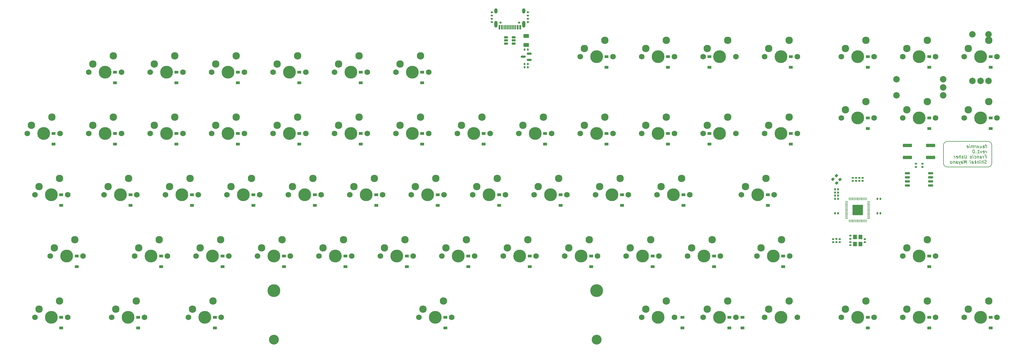
<source format=gbr>
%TF.GenerationSoftware,KiCad,Pcbnew,7.0.1*%
%TF.CreationDate,2023-03-26T22:58:25-07:00*%
%TF.ProjectId,40s-2040rmie,3430732d-3230-4343-9072-6d69652e6b69,rev?*%
%TF.SameCoordinates,Original*%
%TF.FileFunction,Soldermask,Bot*%
%TF.FilePolarity,Negative*%
%FSLAX46Y46*%
G04 Gerber Fmt 4.6, Leading zero omitted, Abs format (unit mm)*
G04 Created by KiCad (PCBNEW 7.0.1) date 2023-03-26 22:58:25*
%MOMM*%
%LPD*%
G01*
G04 APERTURE LIST*
G04 Aperture macros list*
%AMRoundRect*
0 Rectangle with rounded corners*
0 $1 Rounding radius*
0 $2 $3 $4 $5 $6 $7 $8 $9 X,Y pos of 4 corners*
0 Add a 4 corners polygon primitive as box body*
4,1,4,$2,$3,$4,$5,$6,$7,$8,$9,$2,$3,0*
0 Add four circle primitives for the rounded corners*
1,1,$1+$1,$2,$3*
1,1,$1+$1,$4,$5*
1,1,$1+$1,$6,$7*
1,1,$1+$1,$8,$9*
0 Add four rect primitives between the rounded corners*
20,1,$1+$1,$2,$3,$4,$5,0*
20,1,$1+$1,$4,$5,$6,$7,0*
20,1,$1+$1,$6,$7,$8,$9,0*
20,1,$1+$1,$8,$9,$2,$3,0*%
G04 Aperture macros list end*
%ADD10C,0.200000*%
%ADD11C,2.300000*%
%ADD12C,1.750000*%
%ADD13C,3.987800*%
%ADD14C,3.048000*%
%ADD15C,2.000000*%
%ADD16RoundRect,0.140000X-0.140000X-0.170000X0.140000X-0.170000X0.140000X0.170000X-0.140000X0.170000X0*%
%ADD17R,1.200000X0.900000*%
%ADD18RoundRect,0.135000X0.185000X-0.135000X0.185000X0.135000X-0.185000X0.135000X-0.185000X-0.135000X0*%
%ADD19RoundRect,0.140000X0.140000X0.170000X-0.140000X0.170000X-0.140000X-0.170000X0.140000X-0.170000X0*%
%ADD20RoundRect,0.200000X-0.335876X-0.053033X-0.053033X-0.335876X0.335876X0.053033X0.053033X0.335876X0*%
%ADD21RoundRect,0.135000X-0.185000X0.135000X-0.185000X-0.135000X0.185000X-0.135000X0.185000X0.135000X0*%
%ADD22R,1.200000X1.400000*%
%ADD23RoundRect,0.140000X0.170000X-0.140000X0.170000X0.140000X-0.170000X0.140000X-0.170000X-0.140000X0*%
%ADD24RoundRect,0.140000X-0.170000X0.140000X-0.170000X-0.140000X0.170000X-0.140000X0.170000X0.140000X0*%
%ADD25RoundRect,0.150000X0.587500X0.150000X-0.587500X0.150000X-0.587500X-0.150000X0.587500X-0.150000X0*%
%ADD26RoundRect,0.250000X0.625000X-0.375000X0.625000X0.375000X-0.625000X0.375000X-0.625000X-0.375000X0*%
%ADD27RoundRect,0.150000X0.650000X0.150000X-0.650000X0.150000X-0.650000X-0.150000X0.650000X-0.150000X0*%
%ADD28O,1.000000X2.100000*%
%ADD29O,1.000000X1.600000*%
%ADD30R,0.600000X1.450000*%
%ADD31R,0.300000X1.450000*%
%ADD32C,0.650000*%
%ADD33RoundRect,0.050000X0.387500X0.050000X-0.387500X0.050000X-0.387500X-0.050000X0.387500X-0.050000X0*%
%ADD34RoundRect,0.050000X0.050000X0.387500X-0.050000X0.387500X-0.050000X-0.387500X0.050000X-0.387500X0*%
%ADD35RoundRect,0.144000X1.456000X1.456000X-1.456000X1.456000X-1.456000X-1.456000X1.456000X-1.456000X0*%
%ADD36RoundRect,0.275000X-1.125000X-0.275000X1.125000X-0.275000X1.125000X0.275000X-1.125000X0.275000X0*%
%ADD37RoundRect,0.150000X-0.475000X-0.150000X0.475000X-0.150000X0.475000X0.150000X-0.475000X0.150000X0*%
G04 APERTURE END LIST*
D10*
X330245950Y-71519750D02*
G75*
G03*
X328995950Y-72769750I50J-1250050D01*
G01*
X328995950Y-78269750D02*
X328995950Y-72769750D01*
X342745950Y-79519750D02*
G75*
G03*
X343995950Y-78269750I-50J1250050D01*
G01*
X343995950Y-72769750D02*
G75*
G03*
X342745950Y-71519750I-1250050J-50D01*
G01*
X328995950Y-78269750D02*
G75*
G03*
X330245950Y-79519750I1250050J50D01*
G01*
X342745950Y-79519750D02*
X330245950Y-79519750D01*
X343995950Y-72769750D02*
X343995950Y-78269750D01*
X330245950Y-71519750D02*
X342745950Y-71519750D01*
X342381105Y-72885702D02*
X342000153Y-72885702D01*
X342321582Y-73552369D02*
X342214439Y-72695226D01*
X342214439Y-72695226D02*
X342154915Y-72599988D01*
X342154915Y-72599988D02*
X342053725Y-72552369D01*
X342053725Y-72552369D02*
X341958486Y-72552369D01*
X341327534Y-73552369D02*
X341262058Y-73028559D01*
X341262058Y-73028559D02*
X341297772Y-72933321D01*
X341297772Y-72933321D02*
X341387058Y-72885702D01*
X341387058Y-72885702D02*
X341577534Y-72885702D01*
X341577534Y-72885702D02*
X341678725Y-72933321D01*
X341321582Y-73504750D02*
X341422772Y-73552369D01*
X341422772Y-73552369D02*
X341660868Y-73552369D01*
X341660868Y-73552369D02*
X341750153Y-73504750D01*
X341750153Y-73504750D02*
X341785868Y-73409511D01*
X341785868Y-73409511D02*
X341773963Y-73314273D01*
X341773963Y-73314273D02*
X341714439Y-73219035D01*
X341714439Y-73219035D02*
X341613249Y-73171416D01*
X341613249Y-73171416D02*
X341375153Y-73171416D01*
X341375153Y-73171416D02*
X341273963Y-73123797D01*
X340345391Y-72885702D02*
X340428724Y-73552369D01*
X340773962Y-72885702D02*
X340839439Y-73409511D01*
X340839439Y-73409511D02*
X340803724Y-73504750D01*
X340803724Y-73504750D02*
X340714439Y-73552369D01*
X340714439Y-73552369D02*
X340571581Y-73552369D01*
X340571581Y-73552369D02*
X340470391Y-73504750D01*
X340470391Y-73504750D02*
X340416819Y-73457130D01*
X340053724Y-73552369D02*
X339446581Y-72885702D01*
X339970390Y-72885702D02*
X339529914Y-73552369D01*
X339154915Y-73552369D02*
X339071581Y-72885702D01*
X339095391Y-73076178D02*
X339035867Y-72980940D01*
X339035867Y-72980940D02*
X338982296Y-72933321D01*
X338982296Y-72933321D02*
X338881105Y-72885702D01*
X338881105Y-72885702D02*
X338785867Y-72885702D01*
X338541820Y-73552369D02*
X338458486Y-72885702D01*
X338470391Y-72980940D02*
X338416820Y-72933321D01*
X338416820Y-72933321D02*
X338315629Y-72885702D01*
X338315629Y-72885702D02*
X338172772Y-72885702D01*
X338172772Y-72885702D02*
X338083486Y-72933321D01*
X338083486Y-72933321D02*
X338047772Y-73028559D01*
X338047772Y-73028559D02*
X338113248Y-73552369D01*
X338047772Y-73028559D02*
X337988248Y-72933321D01*
X337988248Y-72933321D02*
X337887058Y-72885702D01*
X337887058Y-72885702D02*
X337744201Y-72885702D01*
X337744201Y-72885702D02*
X337654915Y-72933321D01*
X337654915Y-72933321D02*
X337619201Y-73028559D01*
X337619201Y-73028559D02*
X337684677Y-73552369D01*
X337214439Y-73552369D02*
X337131105Y-72885702D01*
X337089439Y-72552369D02*
X337143010Y-72599988D01*
X337143010Y-72599988D02*
X337101343Y-72647607D01*
X337101343Y-72647607D02*
X337047772Y-72599988D01*
X337047772Y-72599988D02*
X337089439Y-72552369D01*
X337089439Y-72552369D02*
X337101343Y-72647607D01*
X336357296Y-73504750D02*
X336458486Y-73552369D01*
X336458486Y-73552369D02*
X336648963Y-73552369D01*
X336648963Y-73552369D02*
X336738248Y-73504750D01*
X336738248Y-73504750D02*
X336773963Y-73409511D01*
X336773963Y-73409511D02*
X336726344Y-73028559D01*
X336726344Y-73028559D02*
X336666820Y-72933321D01*
X336666820Y-72933321D02*
X336565629Y-72885702D01*
X336565629Y-72885702D02*
X336375153Y-72885702D01*
X336375153Y-72885702D02*
X336285867Y-72933321D01*
X336285867Y-72933321D02*
X336250153Y-73028559D01*
X336250153Y-73028559D02*
X336262058Y-73123797D01*
X336262058Y-73123797D02*
X336750153Y-73219035D01*
X342321582Y-75172369D02*
X342238248Y-74505702D01*
X342262058Y-74696178D02*
X342202534Y-74600940D01*
X342202534Y-74600940D02*
X342148963Y-74553321D01*
X342148963Y-74553321D02*
X342047772Y-74505702D01*
X342047772Y-74505702D02*
X341952534Y-74505702D01*
X341321582Y-75124750D02*
X341422772Y-75172369D01*
X341422772Y-75172369D02*
X341613249Y-75172369D01*
X341613249Y-75172369D02*
X341702534Y-75124750D01*
X341702534Y-75124750D02*
X341738249Y-75029511D01*
X341738249Y-75029511D02*
X341690630Y-74648559D01*
X341690630Y-74648559D02*
X341631106Y-74553321D01*
X341631106Y-74553321D02*
X341529915Y-74505702D01*
X341529915Y-74505702D02*
X341339439Y-74505702D01*
X341339439Y-74505702D02*
X341250153Y-74553321D01*
X341250153Y-74553321D02*
X341214439Y-74648559D01*
X341214439Y-74648559D02*
X341226344Y-74743797D01*
X341226344Y-74743797D02*
X341714439Y-74839035D01*
X340869201Y-74505702D02*
X340714440Y-75172369D01*
X340714440Y-75172369D02*
X340393011Y-74505702D01*
X339577535Y-75172369D02*
X340148964Y-75172369D01*
X339863249Y-75172369D02*
X339738249Y-74172369D01*
X339738249Y-74172369D02*
X339851345Y-74315226D01*
X339851345Y-74315226D02*
X339958488Y-74410464D01*
X339958488Y-74410464D02*
X340059678Y-74458083D01*
X339143011Y-75077130D02*
X339101344Y-75124750D01*
X339101344Y-75124750D02*
X339154916Y-75172369D01*
X339154916Y-75172369D02*
X339196582Y-75124750D01*
X339196582Y-75124750D02*
X339143011Y-75077130D01*
X339143011Y-75077130D02*
X339154916Y-75172369D01*
X338369201Y-74172369D02*
X338273963Y-74172369D01*
X338273963Y-74172369D02*
X338184678Y-74219988D01*
X338184678Y-74219988D02*
X338143011Y-74267607D01*
X338143011Y-74267607D02*
X338107297Y-74362845D01*
X338107297Y-74362845D02*
X338083487Y-74553321D01*
X338083487Y-74553321D02*
X338113249Y-74791416D01*
X338113249Y-74791416D02*
X338184678Y-74981892D01*
X338184678Y-74981892D02*
X338244201Y-75077130D01*
X338244201Y-75077130D02*
X338297773Y-75124750D01*
X338297773Y-75124750D02*
X338398963Y-75172369D01*
X338398963Y-75172369D02*
X338494201Y-75172369D01*
X338494201Y-75172369D02*
X338583487Y-75124750D01*
X338583487Y-75124750D02*
X338625154Y-75077130D01*
X338625154Y-75077130D02*
X338660868Y-74981892D01*
X338660868Y-74981892D02*
X338684678Y-74791416D01*
X338684678Y-74791416D02*
X338654916Y-74553321D01*
X338654916Y-74553321D02*
X338583487Y-74362845D01*
X338583487Y-74362845D02*
X338523963Y-74267607D01*
X338523963Y-74267607D02*
X338470392Y-74219988D01*
X338470392Y-74219988D02*
X338369201Y-74172369D01*
X341922772Y-76268559D02*
X342256105Y-76268559D01*
X342321582Y-76792369D02*
X342196582Y-75792369D01*
X342196582Y-75792369D02*
X341720391Y-75792369D01*
X341470392Y-76792369D02*
X341387058Y-76125702D01*
X341410868Y-76316178D02*
X341351344Y-76220940D01*
X341351344Y-76220940D02*
X341297773Y-76173321D01*
X341297773Y-76173321D02*
X341196582Y-76125702D01*
X341196582Y-76125702D02*
X341101344Y-76125702D01*
X340428725Y-76792369D02*
X340363249Y-76268559D01*
X340363249Y-76268559D02*
X340398963Y-76173321D01*
X340398963Y-76173321D02*
X340488249Y-76125702D01*
X340488249Y-76125702D02*
X340678725Y-76125702D01*
X340678725Y-76125702D02*
X340779916Y-76173321D01*
X340422773Y-76744750D02*
X340523963Y-76792369D01*
X340523963Y-76792369D02*
X340762059Y-76792369D01*
X340762059Y-76792369D02*
X340851344Y-76744750D01*
X340851344Y-76744750D02*
X340887059Y-76649511D01*
X340887059Y-76649511D02*
X340875154Y-76554273D01*
X340875154Y-76554273D02*
X340815630Y-76459035D01*
X340815630Y-76459035D02*
X340714440Y-76411416D01*
X340714440Y-76411416D02*
X340476344Y-76411416D01*
X340476344Y-76411416D02*
X340375154Y-76363797D01*
X339875153Y-76125702D02*
X339958487Y-76792369D01*
X339887058Y-76220940D02*
X339833487Y-76173321D01*
X339833487Y-76173321D02*
X339732296Y-76125702D01*
X339732296Y-76125702D02*
X339589439Y-76125702D01*
X339589439Y-76125702D02*
X339500153Y-76173321D01*
X339500153Y-76173321D02*
X339464439Y-76268559D01*
X339464439Y-76268559D02*
X339529915Y-76792369D01*
X338625153Y-76744750D02*
X338726343Y-76792369D01*
X338726343Y-76792369D02*
X338916820Y-76792369D01*
X338916820Y-76792369D02*
X339006105Y-76744750D01*
X339006105Y-76744750D02*
X339047772Y-76697130D01*
X339047772Y-76697130D02*
X339083486Y-76601892D01*
X339083486Y-76601892D02*
X339047772Y-76316178D01*
X339047772Y-76316178D02*
X338988248Y-76220940D01*
X338988248Y-76220940D02*
X338934677Y-76173321D01*
X338934677Y-76173321D02*
X338833486Y-76125702D01*
X338833486Y-76125702D02*
X338643010Y-76125702D01*
X338643010Y-76125702D02*
X338553724Y-76173321D01*
X338208487Y-76792369D02*
X338125153Y-76125702D01*
X338083487Y-75792369D02*
X338137058Y-75839988D01*
X338137058Y-75839988D02*
X338095391Y-75887607D01*
X338095391Y-75887607D02*
X338041820Y-75839988D01*
X338041820Y-75839988D02*
X338083487Y-75792369D01*
X338083487Y-75792369D02*
X338095391Y-75887607D01*
X337779915Y-76744750D02*
X337690630Y-76792369D01*
X337690630Y-76792369D02*
X337500153Y-76792369D01*
X337500153Y-76792369D02*
X337398963Y-76744750D01*
X337398963Y-76744750D02*
X337339439Y-76649511D01*
X337339439Y-76649511D02*
X337333487Y-76601892D01*
X337333487Y-76601892D02*
X337369201Y-76506654D01*
X337369201Y-76506654D02*
X337458487Y-76459035D01*
X337458487Y-76459035D02*
X337601344Y-76459035D01*
X337601344Y-76459035D02*
X337690630Y-76411416D01*
X337690630Y-76411416D02*
X337726344Y-76316178D01*
X337726344Y-76316178D02*
X337720392Y-76268559D01*
X337720392Y-76268559D02*
X337660868Y-76173321D01*
X337660868Y-76173321D02*
X337559677Y-76125702D01*
X337559677Y-76125702D02*
X337416820Y-76125702D01*
X337416820Y-76125702D02*
X337327534Y-76173321D01*
X336047773Y-75792369D02*
X336148963Y-76601892D01*
X336148963Y-76601892D02*
X336113249Y-76697130D01*
X336113249Y-76697130D02*
X336071582Y-76744750D01*
X336071582Y-76744750D02*
X335982296Y-76792369D01*
X335982296Y-76792369D02*
X335791820Y-76792369D01*
X335791820Y-76792369D02*
X335690630Y-76744750D01*
X335690630Y-76744750D02*
X335637058Y-76697130D01*
X335637058Y-76697130D02*
X335577535Y-76601892D01*
X335577535Y-76601892D02*
X335476344Y-75792369D01*
X335172772Y-76744750D02*
X335083487Y-76792369D01*
X335083487Y-76792369D02*
X334893010Y-76792369D01*
X334893010Y-76792369D02*
X334791820Y-76744750D01*
X334791820Y-76744750D02*
X334732296Y-76649511D01*
X334732296Y-76649511D02*
X334726344Y-76601892D01*
X334726344Y-76601892D02*
X334762058Y-76506654D01*
X334762058Y-76506654D02*
X334851344Y-76459035D01*
X334851344Y-76459035D02*
X334994201Y-76459035D01*
X334994201Y-76459035D02*
X335083487Y-76411416D01*
X335083487Y-76411416D02*
X335119201Y-76316178D01*
X335119201Y-76316178D02*
X335113249Y-76268559D01*
X335113249Y-76268559D02*
X335053725Y-76173321D01*
X335053725Y-76173321D02*
X334952534Y-76125702D01*
X334952534Y-76125702D02*
X334809677Y-76125702D01*
X334809677Y-76125702D02*
X334720391Y-76173321D01*
X334327535Y-76792369D02*
X334202535Y-75792369D01*
X333898963Y-76792369D02*
X333833487Y-76268559D01*
X333833487Y-76268559D02*
X333869201Y-76173321D01*
X333869201Y-76173321D02*
X333958487Y-76125702D01*
X333958487Y-76125702D02*
X334101344Y-76125702D01*
X334101344Y-76125702D02*
X334202535Y-76173321D01*
X334202535Y-76173321D02*
X334256106Y-76220940D01*
X333041820Y-76744750D02*
X333143010Y-76792369D01*
X333143010Y-76792369D02*
X333333487Y-76792369D01*
X333333487Y-76792369D02*
X333422772Y-76744750D01*
X333422772Y-76744750D02*
X333458487Y-76649511D01*
X333458487Y-76649511D02*
X333410868Y-76268559D01*
X333410868Y-76268559D02*
X333351344Y-76173321D01*
X333351344Y-76173321D02*
X333250153Y-76125702D01*
X333250153Y-76125702D02*
X333059677Y-76125702D01*
X333059677Y-76125702D02*
X332970391Y-76173321D01*
X332970391Y-76173321D02*
X332934677Y-76268559D01*
X332934677Y-76268559D02*
X332946582Y-76363797D01*
X332946582Y-76363797D02*
X333434677Y-76459035D01*
X332577535Y-76792369D02*
X332494201Y-76125702D01*
X332518011Y-76316178D02*
X332458487Y-76220940D01*
X332458487Y-76220940D02*
X332404916Y-76173321D01*
X332404916Y-76173321D02*
X332303725Y-76125702D01*
X332303725Y-76125702D02*
X332208487Y-76125702D01*
X342363248Y-78364750D02*
X342226344Y-78412369D01*
X342226344Y-78412369D02*
X341988248Y-78412369D01*
X341988248Y-78412369D02*
X341887058Y-78364750D01*
X341887058Y-78364750D02*
X341833486Y-78317130D01*
X341833486Y-78317130D02*
X341773963Y-78221892D01*
X341773963Y-78221892D02*
X341762058Y-78126654D01*
X341762058Y-78126654D02*
X341797772Y-78031416D01*
X341797772Y-78031416D02*
X341839439Y-77983797D01*
X341839439Y-77983797D02*
X341928725Y-77936178D01*
X341928725Y-77936178D02*
X342113248Y-77888559D01*
X342113248Y-77888559D02*
X342202534Y-77840940D01*
X342202534Y-77840940D02*
X342244201Y-77793321D01*
X342244201Y-77793321D02*
X342279915Y-77698083D01*
X342279915Y-77698083D02*
X342268010Y-77602845D01*
X342268010Y-77602845D02*
X342208486Y-77507607D01*
X342208486Y-77507607D02*
X342154915Y-77459988D01*
X342154915Y-77459988D02*
X342053725Y-77412369D01*
X342053725Y-77412369D02*
X341815629Y-77412369D01*
X341815629Y-77412369D02*
X341678725Y-77459988D01*
X341375153Y-78412369D02*
X341250153Y-77412369D01*
X340946581Y-78412369D02*
X340881105Y-77888559D01*
X340881105Y-77888559D02*
X340916819Y-77793321D01*
X340916819Y-77793321D02*
X341006105Y-77745702D01*
X341006105Y-77745702D02*
X341148962Y-77745702D01*
X341148962Y-77745702D02*
X341250153Y-77793321D01*
X341250153Y-77793321D02*
X341303724Y-77840940D01*
X340476343Y-78412369D02*
X340393009Y-77745702D01*
X340351343Y-77412369D02*
X340404914Y-77459988D01*
X340404914Y-77459988D02*
X340363247Y-77507607D01*
X340363247Y-77507607D02*
X340309676Y-77459988D01*
X340309676Y-77459988D02*
X340351343Y-77412369D01*
X340351343Y-77412369D02*
X340363247Y-77507607D01*
X339922771Y-77745702D02*
X340006105Y-78412369D01*
X339934676Y-77840940D02*
X339881105Y-77793321D01*
X339881105Y-77793321D02*
X339779914Y-77745702D01*
X339779914Y-77745702D02*
X339637057Y-77745702D01*
X339637057Y-77745702D02*
X339547771Y-77793321D01*
X339547771Y-77793321D02*
X339512057Y-77888559D01*
X339512057Y-77888559D02*
X339577533Y-78412369D01*
X339107295Y-78412369D02*
X338982295Y-77412369D01*
X338964438Y-78031416D02*
X338726342Y-78412369D01*
X338643009Y-77745702D02*
X339071580Y-78126654D01*
X337875152Y-78412369D02*
X337809676Y-77888559D01*
X337809676Y-77888559D02*
X337845390Y-77793321D01*
X337845390Y-77793321D02*
X337934676Y-77745702D01*
X337934676Y-77745702D02*
X338125152Y-77745702D01*
X338125152Y-77745702D02*
X338226343Y-77793321D01*
X337869200Y-78364750D02*
X337970390Y-78412369D01*
X337970390Y-78412369D02*
X338208486Y-78412369D01*
X338208486Y-78412369D02*
X338297771Y-78364750D01*
X338297771Y-78364750D02*
X338333486Y-78269511D01*
X338333486Y-78269511D02*
X338321581Y-78174273D01*
X338321581Y-78174273D02*
X338262057Y-78079035D01*
X338262057Y-78079035D02*
X338160867Y-78031416D01*
X338160867Y-78031416D02*
X337922771Y-78031416D01*
X337922771Y-78031416D02*
X337821581Y-77983797D01*
X337404914Y-78412369D02*
X337321580Y-77745702D01*
X337279914Y-77412369D02*
X337333485Y-77459988D01*
X337333485Y-77459988D02*
X337291818Y-77507607D01*
X337291818Y-77507607D02*
X337238247Y-77459988D01*
X337238247Y-77459988D02*
X337279914Y-77412369D01*
X337279914Y-77412369D02*
X337291818Y-77507607D01*
X336172771Y-78412369D02*
X336047771Y-77412369D01*
X336047771Y-77412369D02*
X335803723Y-78126654D01*
X335803723Y-78126654D02*
X335381104Y-77412369D01*
X335381104Y-77412369D02*
X335506104Y-78412369D01*
X334607294Y-78412369D02*
X334541818Y-77888559D01*
X334541818Y-77888559D02*
X334577532Y-77793321D01*
X334577532Y-77793321D02*
X334666818Y-77745702D01*
X334666818Y-77745702D02*
X334857294Y-77745702D01*
X334857294Y-77745702D02*
X334958485Y-77793321D01*
X334601342Y-78364750D02*
X334702532Y-78412369D01*
X334702532Y-78412369D02*
X334940628Y-78412369D01*
X334940628Y-78412369D02*
X335029913Y-78364750D01*
X335029913Y-78364750D02*
X335065628Y-78269511D01*
X335065628Y-78269511D02*
X335053723Y-78174273D01*
X335053723Y-78174273D02*
X334994199Y-78079035D01*
X334994199Y-78079035D02*
X334893009Y-78031416D01*
X334893009Y-78031416D02*
X334654913Y-78031416D01*
X334654913Y-78031416D02*
X334553723Y-77983797D01*
X334148960Y-77745702D02*
X333994199Y-78412369D01*
X333672770Y-77745702D02*
X333994199Y-78412369D01*
X333994199Y-78412369D02*
X334119199Y-78650464D01*
X334119199Y-78650464D02*
X334172770Y-78698083D01*
X334172770Y-78698083D02*
X334273960Y-78745702D01*
X332994198Y-78412369D02*
X332928722Y-77888559D01*
X332928722Y-77888559D02*
X332964436Y-77793321D01*
X332964436Y-77793321D02*
X333053722Y-77745702D01*
X333053722Y-77745702D02*
X333244198Y-77745702D01*
X333244198Y-77745702D02*
X333345389Y-77793321D01*
X332988246Y-78364750D02*
X333089436Y-78412369D01*
X333089436Y-78412369D02*
X333327532Y-78412369D01*
X333327532Y-78412369D02*
X333416817Y-78364750D01*
X333416817Y-78364750D02*
X333452532Y-78269511D01*
X333452532Y-78269511D02*
X333440627Y-78174273D01*
X333440627Y-78174273D02*
X333381103Y-78079035D01*
X333381103Y-78079035D02*
X333279913Y-78031416D01*
X333279913Y-78031416D02*
X333041817Y-78031416D01*
X333041817Y-78031416D02*
X332940627Y-77983797D01*
X332440626Y-77745702D02*
X332523960Y-78412369D01*
X332452531Y-77840940D02*
X332398960Y-77793321D01*
X332398960Y-77793321D02*
X332297769Y-77745702D01*
X332297769Y-77745702D02*
X332154912Y-77745702D01*
X332154912Y-77745702D02*
X332065626Y-77793321D01*
X332065626Y-77793321D02*
X332029912Y-77888559D01*
X332029912Y-77888559D02*
X332095388Y-78412369D01*
X331482293Y-78412369D02*
X331571578Y-78364750D01*
X331571578Y-78364750D02*
X331613245Y-78317130D01*
X331613245Y-78317130D02*
X331648959Y-78221892D01*
X331648959Y-78221892D02*
X331613245Y-77936178D01*
X331613245Y-77936178D02*
X331553721Y-77840940D01*
X331553721Y-77840940D02*
X331500150Y-77793321D01*
X331500150Y-77793321D02*
X331398959Y-77745702D01*
X331398959Y-77745702D02*
X331256102Y-77745702D01*
X331256102Y-77745702D02*
X331166816Y-77793321D01*
X331166816Y-77793321D02*
X331125150Y-77840940D01*
X331125150Y-77840940D02*
X331089435Y-77936178D01*
X331089435Y-77936178D02*
X331125150Y-78221892D01*
X331125150Y-78221892D02*
X331184673Y-78317130D01*
X331184673Y-78317130D02*
X331238245Y-78364750D01*
X331238245Y-78364750D02*
X331339435Y-78412369D01*
X331339435Y-78412369D02*
X331482293Y-78412369D01*
D11*
%TO.C,MX4-5*%
X173983750Y-121120000D03*
X167633750Y-123660000D03*
D12*
X166363750Y-126200000D03*
D13*
X171443750Y-126200000D03*
D12*
X176523750Y-126200000D03*
%TD*%
D13*
%TO.C,ST-0*%
X221450000Y-117945000D03*
D14*
X121437500Y-133185000D03*
X221450000Y-133185000D03*
D13*
X121437500Y-117945000D03*
%TD*%
D12*
%TO.C,MX4-15*%
X345592500Y-126200000D03*
D13*
X340512500Y-126200000D03*
D12*
X335432500Y-126200000D03*
D11*
X336702500Y-123660000D03*
X343052500Y-121120000D03*
%TD*%
D12*
%TO.C,MX4-14*%
X326542500Y-126200000D03*
D13*
X321462500Y-126200000D03*
D12*
X316382500Y-126200000D03*
D11*
X317652500Y-123660000D03*
X324002500Y-121120000D03*
%TD*%
D12*
%TO.C,MX4-13*%
X307492500Y-126200000D03*
D13*
X302412500Y-126200000D03*
D12*
X297332500Y-126200000D03*
D11*
X298602500Y-123660000D03*
X304952500Y-121120000D03*
%TD*%
D12*
%TO.C,MX4-11*%
X283680000Y-126200000D03*
D13*
X278600000Y-126200000D03*
D12*
X273520000Y-126200000D03*
D11*
X274790000Y-123660000D03*
X281140000Y-121120000D03*
%TD*%
D12*
%TO.C,MX4-10*%
X264630000Y-126200000D03*
D13*
X259550000Y-126200000D03*
D12*
X254470000Y-126200000D03*
D11*
X255740000Y-123660000D03*
X262090000Y-121120000D03*
%TD*%
D12*
%TO.C,MX4-9*%
X245580000Y-126200000D03*
D13*
X240500000Y-126200000D03*
D12*
X235420000Y-126200000D03*
D11*
X236690000Y-123660000D03*
X243040000Y-121120000D03*
%TD*%
%TO.C,MX4-2*%
X102546250Y-121120000D03*
X96196250Y-123660000D03*
D12*
X94926250Y-126200000D03*
D13*
X100006250Y-126200000D03*
D12*
X105086250Y-126200000D03*
%TD*%
%TO.C,MX4-1*%
X81273750Y-126200000D03*
D13*
X76193750Y-126200000D03*
D12*
X71113750Y-126200000D03*
D11*
X72383750Y-123660000D03*
X78733750Y-121120000D03*
%TD*%
D12*
%TO.C,MX4-0*%
X57461250Y-126200000D03*
D13*
X52381250Y-126200000D03*
D12*
X47301250Y-126200000D03*
D11*
X48571250Y-123660000D03*
X54921250Y-121120000D03*
%TD*%
D12*
%TO.C,MX3-14*%
X326542500Y-107150000D03*
D13*
X321462500Y-107150000D03*
D12*
X316382500Y-107150000D03*
D11*
X317652500Y-104610000D03*
X324002500Y-102070000D03*
%TD*%
D12*
%TO.C,MX3-11*%
X281298750Y-107150000D03*
D13*
X276218750Y-107150000D03*
D12*
X271138750Y-107150000D03*
D11*
X272408750Y-104610000D03*
X278758750Y-102070000D03*
%TD*%
D12*
%TO.C,MX3-10*%
X259867500Y-107150000D03*
D13*
X254787500Y-107150000D03*
D12*
X249707500Y-107150000D03*
D11*
X250977500Y-104610000D03*
X257327500Y-102070000D03*
%TD*%
D12*
%TO.C,MX3-9*%
X240817500Y-107150000D03*
D13*
X235737500Y-107150000D03*
D12*
X230657500Y-107150000D03*
D11*
X231927500Y-104610000D03*
X238277500Y-102070000D03*
%TD*%
D12*
%TO.C,MX3-8*%
X221767500Y-107150000D03*
D13*
X216687500Y-107150000D03*
D12*
X211607500Y-107150000D03*
D11*
X212877500Y-104610000D03*
X219227500Y-102070000D03*
%TD*%
D12*
%TO.C,MX3-7*%
X202717500Y-107150000D03*
D13*
X197637500Y-107150000D03*
D12*
X192557500Y-107150000D03*
D11*
X193827500Y-104610000D03*
X200177500Y-102070000D03*
%TD*%
D12*
%TO.C,MX3-6*%
X183667500Y-107150000D03*
D13*
X178587500Y-107150000D03*
D12*
X173507500Y-107150000D03*
D11*
X174777500Y-104610000D03*
X181127500Y-102070000D03*
%TD*%
D12*
%TO.C,MX3-5*%
X164617500Y-107150000D03*
D13*
X159537500Y-107150000D03*
D12*
X154457500Y-107150000D03*
D11*
X155727500Y-104610000D03*
X162077500Y-102070000D03*
%TD*%
D12*
%TO.C,MX3-4*%
X145567500Y-107150000D03*
D13*
X140487500Y-107150000D03*
D12*
X135407500Y-107150000D03*
D11*
X136677500Y-104610000D03*
X143027500Y-102070000D03*
%TD*%
D12*
%TO.C,MX3-3*%
X126517500Y-107150000D03*
D13*
X121437500Y-107150000D03*
D12*
X116357500Y-107150000D03*
D11*
X117627500Y-104610000D03*
X123977500Y-102070000D03*
%TD*%
D12*
%TO.C,MX3-2*%
X107467500Y-107150000D03*
D13*
X102387500Y-107150000D03*
D12*
X97307500Y-107150000D03*
D11*
X98577500Y-104610000D03*
X104927500Y-102070000D03*
%TD*%
D12*
%TO.C,MX3-1*%
X88417500Y-107150000D03*
D13*
X83337500Y-107150000D03*
D12*
X78257500Y-107150000D03*
D11*
X79527500Y-104610000D03*
X85877500Y-102070000D03*
%TD*%
D12*
%TO.C,MX3-0*%
X52063750Y-107150000D03*
D13*
X57143750Y-107150000D03*
D12*
X62223750Y-107150000D03*
D11*
X53333750Y-104610000D03*
X59683750Y-102070000D03*
%TD*%
D12*
%TO.C,MX2-11*%
X266376250Y-88100000D03*
D13*
X271456250Y-88100000D03*
D12*
X276536250Y-88100000D03*
D11*
X267646250Y-85560000D03*
X273996250Y-83020000D03*
%TD*%
D12*
%TO.C,MX2-10*%
X250342500Y-88100000D03*
D13*
X245262500Y-88100000D03*
D12*
X240182500Y-88100000D03*
D11*
X241452500Y-85560000D03*
X247802500Y-83020000D03*
%TD*%
D12*
%TO.C,MX2-9*%
X231292500Y-88100000D03*
D13*
X226212500Y-88100000D03*
D12*
X221132500Y-88100000D03*
D11*
X222402500Y-85560000D03*
X228752500Y-83020000D03*
%TD*%
D12*
%TO.C,MX2-8*%
X212242500Y-88100000D03*
D13*
X207162500Y-88100000D03*
D12*
X202082500Y-88100000D03*
D11*
X203352500Y-85560000D03*
X209702500Y-83020000D03*
%TD*%
D12*
%TO.C,MX2-7*%
X193192500Y-88100000D03*
D13*
X188112500Y-88100000D03*
D12*
X183032500Y-88100000D03*
D11*
X184302500Y-85560000D03*
X190652500Y-83020000D03*
%TD*%
D12*
%TO.C,MX2-6*%
X174142500Y-88100000D03*
D13*
X169062500Y-88100000D03*
D12*
X163982500Y-88100000D03*
D11*
X165252500Y-85560000D03*
X171602500Y-83020000D03*
%TD*%
D12*
%TO.C,MX2-5*%
X155092500Y-88100000D03*
D13*
X150012500Y-88100000D03*
D12*
X144932500Y-88100000D03*
D11*
X146202500Y-85560000D03*
X152552500Y-83020000D03*
%TD*%
D12*
%TO.C,MX2-4*%
X136042500Y-88100000D03*
D13*
X130962500Y-88100000D03*
D12*
X125882500Y-88100000D03*
D11*
X127152500Y-85560000D03*
X133502500Y-83020000D03*
%TD*%
D12*
%TO.C,MX2-3*%
X116992500Y-88100000D03*
D13*
X111912500Y-88100000D03*
D12*
X106832500Y-88100000D03*
D11*
X108102500Y-85560000D03*
X114452500Y-83020000D03*
%TD*%
D12*
%TO.C,MX2-2*%
X97942500Y-88100000D03*
D13*
X92862500Y-88100000D03*
D12*
X87782500Y-88100000D03*
D11*
X89052500Y-85560000D03*
X95402500Y-83020000D03*
%TD*%
D12*
%TO.C,MX2-1*%
X78892500Y-88100000D03*
D13*
X73812500Y-88100000D03*
D12*
X68732500Y-88100000D03*
D11*
X70002500Y-85560000D03*
X76352500Y-83020000D03*
%TD*%
D12*
%TO.C,MX2-0*%
X57461250Y-88100000D03*
D13*
X52381250Y-88100000D03*
D12*
X47301250Y-88100000D03*
D11*
X48571250Y-85560000D03*
X54921250Y-83020000D03*
%TD*%
D12*
%TO.C,MX1-15*%
X345592500Y-64287500D03*
D13*
X340512500Y-64287500D03*
D12*
X335432500Y-64287500D03*
D11*
X336702500Y-61747500D03*
X343052500Y-59207500D03*
%TD*%
D12*
%TO.C,MX1-14*%
X326542500Y-64287500D03*
D13*
X321462500Y-64287500D03*
D12*
X316382500Y-64287500D03*
D11*
X317652500Y-61747500D03*
X324002500Y-59207500D03*
%TD*%
D12*
%TO.C,MX1-13*%
X307492500Y-64287500D03*
D13*
X302412500Y-64287500D03*
D12*
X297332500Y-64287500D03*
D11*
X298602500Y-61747500D03*
X304952500Y-59207500D03*
%TD*%
D12*
%TO.C,MX1-12*%
X283680000Y-69050000D03*
D13*
X278600000Y-69050000D03*
D12*
X273520000Y-69050000D03*
D11*
X274790000Y-66510000D03*
X281140000Y-63970000D03*
%TD*%
D12*
%TO.C,MX1-11*%
X264630000Y-69050000D03*
D13*
X259550000Y-69050000D03*
D12*
X254470000Y-69050000D03*
D11*
X255740000Y-66510000D03*
X262090000Y-63970000D03*
%TD*%
D12*
%TO.C,MX1-10*%
X245580000Y-69050000D03*
D13*
X240500000Y-69050000D03*
D12*
X235420000Y-69050000D03*
D11*
X236690000Y-66510000D03*
X243040000Y-63970000D03*
%TD*%
D12*
%TO.C,MX1-9*%
X226530000Y-69050000D03*
D13*
X221450000Y-69050000D03*
D12*
X216370000Y-69050000D03*
D11*
X217640000Y-66510000D03*
X223990000Y-63970000D03*
%TD*%
D12*
%TO.C,MX1-8*%
X207480000Y-69050000D03*
D13*
X202400000Y-69050000D03*
D12*
X197320000Y-69050000D03*
D11*
X198590000Y-66510000D03*
X204940000Y-63970000D03*
%TD*%
D12*
%TO.C,MX1-7*%
X188430000Y-69050000D03*
D13*
X183350000Y-69050000D03*
D12*
X178270000Y-69050000D03*
D11*
X179540000Y-66510000D03*
X185890000Y-63970000D03*
%TD*%
D12*
%TO.C,MX1-6*%
X169380000Y-69050000D03*
D13*
X164300000Y-69050000D03*
D12*
X159220000Y-69050000D03*
D11*
X160490000Y-66510000D03*
X166840000Y-63970000D03*
%TD*%
D12*
%TO.C,MX1-5*%
X150330000Y-69050000D03*
D13*
X145250000Y-69050000D03*
D12*
X140170000Y-69050000D03*
D11*
X141440000Y-66510000D03*
X147790000Y-63970000D03*
%TD*%
D12*
%TO.C,MX1-4*%
X131280000Y-69050000D03*
D13*
X126200000Y-69050000D03*
D12*
X121120000Y-69050000D03*
D11*
X122390000Y-66510000D03*
X128740000Y-63970000D03*
%TD*%
D12*
%TO.C,MX1-3*%
X112230000Y-69050000D03*
D13*
X107150000Y-69050000D03*
D12*
X102070000Y-69050000D03*
D11*
X103340000Y-66510000D03*
X109690000Y-63970000D03*
%TD*%
D12*
%TO.C,MX1-2*%
X93180000Y-69050000D03*
D13*
X88100000Y-69050000D03*
D12*
X83020000Y-69050000D03*
D11*
X84290000Y-66510000D03*
X90640000Y-63970000D03*
%TD*%
D12*
%TO.C,MX1-1*%
X74130000Y-69050000D03*
D13*
X69050000Y-69050000D03*
D12*
X63970000Y-69050000D03*
D11*
X65240000Y-66510000D03*
X71590000Y-63970000D03*
%TD*%
D12*
%TO.C,MX1-0*%
X55080000Y-69050000D03*
D13*
X50000000Y-69050000D03*
D12*
X44920000Y-69050000D03*
D11*
X46190000Y-66510000D03*
X52540000Y-63970000D03*
%TD*%
D12*
%TO.C,MX0-15*%
X345592500Y-45237500D03*
D13*
X340512500Y-45237500D03*
D12*
X335432500Y-45237500D03*
D11*
X336702500Y-42697500D03*
X343052500Y-40157500D03*
%TD*%
D12*
%TO.C,MX0-14*%
X326542500Y-45237500D03*
D13*
X321462500Y-45237500D03*
D12*
X316382500Y-45237500D03*
D11*
X317652500Y-42697500D03*
X324002500Y-40157500D03*
%TD*%
D12*
%TO.C,MX0-13*%
X307492500Y-45237500D03*
D13*
X302412500Y-45237500D03*
D12*
X297332500Y-45237500D03*
D11*
X298602500Y-42697500D03*
X304952500Y-40157500D03*
%TD*%
D12*
%TO.C,MX0-12*%
X283680000Y-45237500D03*
D13*
X278600000Y-45237500D03*
D12*
X273520000Y-45237500D03*
D11*
X274790000Y-42697500D03*
X281140000Y-40157500D03*
%TD*%
D12*
%TO.C,MX0-11*%
X264630000Y-45237500D03*
D13*
X259550000Y-45237500D03*
D12*
X254470000Y-45237500D03*
D11*
X255740000Y-42697500D03*
X262090000Y-40157500D03*
%TD*%
D12*
%TO.C,MX0-10*%
X245580000Y-45237500D03*
D13*
X240500000Y-45237500D03*
D12*
X235420000Y-45237500D03*
D11*
X236690000Y-42697500D03*
X243040000Y-40157500D03*
%TD*%
D12*
%TO.C,MX0-9*%
X226530000Y-45237500D03*
D13*
X221450000Y-45237500D03*
D12*
X216370000Y-45237500D03*
D11*
X217640000Y-42697500D03*
X223990000Y-40157500D03*
%TD*%
D12*
%TO.C,MX0-6*%
X169380000Y-50000000D03*
D13*
X164300000Y-50000000D03*
D12*
X159220000Y-50000000D03*
D11*
X160490000Y-47460000D03*
X166840000Y-44920000D03*
%TD*%
D12*
%TO.C,MX0-5*%
X150330000Y-50000000D03*
D13*
X145250000Y-50000000D03*
D12*
X140170000Y-50000000D03*
D11*
X141440000Y-47460000D03*
X147790000Y-44920000D03*
%TD*%
D12*
%TO.C,MX0-4*%
X131280000Y-50000000D03*
D13*
X126200000Y-50000000D03*
D12*
X121120000Y-50000000D03*
D11*
X122390000Y-47460000D03*
X128740000Y-44920000D03*
%TD*%
D12*
%TO.C,MX0-3*%
X112230000Y-50000000D03*
D13*
X107150000Y-50000000D03*
D12*
X102070000Y-50000000D03*
D11*
X103340000Y-47460000D03*
X109690000Y-44920000D03*
%TD*%
D12*
%TO.C,MX0-2*%
X93180000Y-50000000D03*
D13*
X88100000Y-50000000D03*
D12*
X83020000Y-50000000D03*
D11*
X84290000Y-47460000D03*
X90640000Y-44920000D03*
%TD*%
D12*
%TO.C,MX0-1*%
X74130000Y-50000000D03*
D13*
X69050000Y-50000000D03*
D12*
X63970000Y-50000000D03*
D11*
X65240000Y-47460000D03*
X71590000Y-44920000D03*
%TD*%
D15*
%TO.C,RE2*%
X328962500Y-57262500D03*
X328962500Y-52262500D03*
X328962500Y-54762500D03*
X314462500Y-52262500D03*
X314462500Y-57262500D03*
%TD*%
%TO.C,RE1*%
X338012500Y-52737500D03*
X343012500Y-52737500D03*
X340512500Y-52737500D03*
X343012500Y-38237500D03*
X338012500Y-38237500D03*
%TD*%
D16*
%TO.C,C17*%
X308502500Y-89425000D03*
X309462500Y-89425000D03*
%TD*%
D17*
%TO.C,D57*%
X79290000Y-129500000D03*
X79290000Y-126200000D03*
%TD*%
%TO.C,D41*%
X248362500Y-91400000D03*
X248362500Y-88100000D03*
%TD*%
D18*
%TO.C,R4*%
X300162500Y-101859375D03*
X300162500Y-100839375D03*
%TD*%
D19*
%TO.C,C11*%
X296322500Y-87425000D03*
X295362500Y-87425000D03*
%TD*%
D17*
%TO.C,D46*%
X124537500Y-110450000D03*
X124537500Y-107150000D03*
%TD*%
%TO.C,D34*%
X115012500Y-91400000D03*
X115012500Y-88100000D03*
%TD*%
%TO.C,D3*%
X91200000Y-53300000D03*
X91200000Y-50000000D03*
%TD*%
D20*
%TO.C,R2*%
X295789466Y-82223808D03*
X296956192Y-83390534D03*
%TD*%
D16*
%TO.C,C19*%
X308502500Y-93862500D03*
X309462500Y-93862500D03*
%TD*%
D21*
%TO.C,R9*%
X295842500Y-101877500D03*
X295842500Y-102897500D03*
%TD*%
D22*
%TO.C,Y1*%
X301562500Y-103487500D03*
X301562500Y-101287500D03*
X303262500Y-101287500D03*
X303262500Y-103487500D03*
%TD*%
D19*
%TO.C,C7*%
X296322500Y-86425000D03*
X295362500Y-86425000D03*
%TD*%
D17*
%TO.C,D12*%
X305512500Y-48537500D03*
X305512500Y-45237500D03*
%TD*%
%TO.C,D5*%
X129300000Y-53300000D03*
X129300000Y-50000000D03*
%TD*%
%TO.C,D48*%
X162637500Y-110450000D03*
X162637500Y-107150000D03*
%TD*%
D23*
%TO.C,C2*%
X300162500Y-103829375D03*
X300162500Y-102869375D03*
%TD*%
D17*
%TO.C,D65*%
X266693750Y-129500000D03*
X266693750Y-126200000D03*
%TD*%
%TO.C,D26*%
X256450000Y-72350000D03*
X256450000Y-69050000D03*
%TD*%
%TO.C,D39*%
X210262500Y-91400000D03*
X210262500Y-88100000D03*
%TD*%
%TO.C,D49*%
X181687500Y-110450000D03*
X181687500Y-107150000D03*
%TD*%
%TO.C,D10*%
X256450000Y-48537500D03*
X256450000Y-45237500D03*
%TD*%
D23*
%TO.C,C8*%
X302912500Y-83817500D03*
X302912500Y-82857500D03*
%TD*%
D17*
%TO.C,D43*%
X60243750Y-110450000D03*
X60243750Y-107150000D03*
%TD*%
%TO.C,D16*%
X72150000Y-72350000D03*
X72150000Y-69050000D03*
%TD*%
D24*
%TO.C,C20*%
X296842500Y-101907500D03*
X296842500Y-102867500D03*
%TD*%
D17*
%TO.C,D54*%
X279318750Y-110450000D03*
X279318750Y-107150000D03*
%TD*%
%TO.C,D58*%
X103110000Y-129500000D03*
X103110000Y-126200000D03*
%TD*%
D25*
%TO.C,U4*%
X198701250Y-45237500D03*
X200576250Y-46187500D03*
X200576250Y-44287500D03*
%TD*%
D17*
%TO.C,D33*%
X95962500Y-91400000D03*
X95962500Y-88100000D03*
%TD*%
%TO.C,D7*%
X167400000Y-53300000D03*
X167400000Y-50000000D03*
%TD*%
D20*
%TO.C,R3*%
X294728807Y-83284467D03*
X295895533Y-84451193D03*
%TD*%
D17*
%TO.C,D11*%
X281700000Y-48537500D03*
X281700000Y-45237500D03*
%TD*%
D26*
%TO.C,F1*%
X199638750Y-38757500D03*
X199638750Y-41557500D03*
%TD*%
D17*
%TO.C,D47*%
X143587500Y-110450000D03*
X143587500Y-107150000D03*
%TD*%
%TO.C,D22*%
X186450000Y-72350000D03*
X186450000Y-69050000D03*
%TD*%
%TO.C,D30*%
X343612500Y-67587500D03*
X343612500Y-64287500D03*
%TD*%
%TO.C,D37*%
X172162500Y-91400000D03*
X172162500Y-88100000D03*
%TD*%
%TO.C,D42*%
X274556250Y-91400000D03*
X274556250Y-88100000D03*
%TD*%
D16*
%TO.C,C10*%
X200118750Y-48487500D03*
X199158750Y-48487500D03*
%TD*%
D17*
%TO.C,D9*%
X243600000Y-48537500D03*
X243600000Y-45237500D03*
%TD*%
D24*
%TO.C,C9*%
X294842500Y-101907500D03*
X294842500Y-102867500D03*
%TD*%
D17*
%TO.C,D24*%
X224550000Y-72350000D03*
X224550000Y-69050000D03*
%TD*%
D27*
%TO.C,U3*%
X325062500Y-81432500D03*
X325062500Y-82702500D03*
X325062500Y-83972500D03*
X325062500Y-85242500D03*
X317862500Y-85242500D03*
X317862500Y-83972500D03*
X317862500Y-82702500D03*
X317862500Y-81432500D03*
%TD*%
D17*
%TO.C,D4*%
X110250000Y-53300000D03*
X110250000Y-50000000D03*
%TD*%
D23*
%TO.C,C13*%
X301912500Y-83817500D03*
X301912500Y-82857500D03*
%TD*%
D24*
%TO.C,C4*%
X320462500Y-78506000D03*
X320462500Y-79466000D03*
%TD*%
D21*
%TO.C,R7*%
X200118750Y-32437500D03*
X200118750Y-31417500D03*
%TD*%
%TO.C,R8*%
X322462500Y-78476000D03*
X322462500Y-79496000D03*
%TD*%
D28*
%TO.C,USB1*%
X198868750Y-35142500D03*
D29*
X198868750Y-30962500D03*
D28*
X190228750Y-35142500D03*
D29*
X190228750Y-30962500D03*
D30*
X191298750Y-36057500D03*
X192098750Y-36057500D03*
D31*
X192798750Y-36057500D03*
X193798750Y-36057500D03*
X195298750Y-36057500D03*
X196298750Y-36057500D03*
D30*
X196998750Y-36057500D03*
X197798750Y-36057500D03*
X197798750Y-36057500D03*
X196998750Y-36057500D03*
D31*
X195798750Y-36057500D03*
X194798750Y-36057500D03*
X194298750Y-36057500D03*
X193298750Y-36057500D03*
D30*
X192098750Y-36057500D03*
X191298750Y-36057500D03*
D32*
X197438750Y-34612500D03*
X191658750Y-34612500D03*
%TD*%
D17*
%TO.C,D25*%
X243600000Y-72350000D03*
X243600000Y-69050000D03*
%TD*%
%TO.C,D18*%
X110250000Y-72350000D03*
X110250000Y-69050000D03*
%TD*%
%TO.C,D55*%
X324562500Y-110450000D03*
X324562500Y-107150000D03*
%TD*%
%TO.C,D40*%
X229312500Y-91400000D03*
X229312500Y-88100000D03*
%TD*%
D24*
%TO.C,C3*%
X188978750Y-32407500D03*
X188978750Y-31447500D03*
%TD*%
D23*
%TO.C,C14*%
X303912500Y-83817500D03*
X303912500Y-82857500D03*
%TD*%
D17*
%TO.C,D66*%
X305512500Y-129500000D03*
X305512500Y-126200000D03*
%TD*%
%TO.C,D52*%
X238837500Y-110450000D03*
X238837500Y-107150000D03*
%TD*%
%TO.C,D13*%
X324562500Y-48537500D03*
X324562500Y-45237500D03*
%TD*%
%TO.C,D8*%
X224550000Y-48537500D03*
X224550000Y-45237500D03*
%TD*%
%TO.C,D17*%
X91200000Y-72350000D03*
X91200000Y-69050000D03*
%TD*%
%TO.C,D50*%
X200737500Y-110450000D03*
X200737500Y-107150000D03*
%TD*%
%TO.C,D59*%
X174540000Y-129500000D03*
X174540000Y-126200000D03*
%TD*%
%TO.C,D68*%
X343612500Y-129500000D03*
X343612500Y-126200000D03*
%TD*%
%TO.C,D28*%
X305512500Y-67587500D03*
X305512500Y-64287500D03*
%TD*%
%TO.C,D31*%
X55481250Y-91400000D03*
X55481250Y-88100000D03*
%TD*%
%TO.C,D14*%
X343612500Y-48537500D03*
X343612500Y-45237500D03*
%TD*%
D23*
%TO.C,C1*%
X304662500Y-102867500D03*
X304662500Y-101907500D03*
%TD*%
D33*
%TO.C,U1*%
X305850000Y-90262500D03*
X305850000Y-90662500D03*
X305850000Y-91062500D03*
X305850000Y-91462500D03*
X305850000Y-91862500D03*
X305850000Y-92262500D03*
X305850000Y-92662500D03*
X305850000Y-93062500D03*
X305850000Y-93462500D03*
X305850000Y-93862500D03*
X305850000Y-94262500D03*
X305850000Y-94662500D03*
X305850000Y-95062500D03*
X305850000Y-95462500D03*
D34*
X305012500Y-96300000D03*
X304612500Y-96300000D03*
X304212500Y-96300000D03*
X303812500Y-96300000D03*
X303412500Y-96300000D03*
X303012500Y-96300000D03*
X302612500Y-96300000D03*
X302212500Y-96300000D03*
X301812500Y-96300000D03*
X301412500Y-96300000D03*
X301012500Y-96300000D03*
X300612500Y-96300000D03*
X300212500Y-96300000D03*
X299812500Y-96300000D03*
D33*
X298975000Y-95462500D03*
X298975000Y-95062500D03*
X298975000Y-94662500D03*
X298975000Y-94262500D03*
X298975000Y-93862500D03*
X298975000Y-93462500D03*
X298975000Y-93062500D03*
X298975000Y-92662500D03*
X298975000Y-92262500D03*
X298975000Y-91862500D03*
X298975000Y-91462500D03*
X298975000Y-91062500D03*
X298975000Y-90662500D03*
X298975000Y-90262500D03*
D34*
X299812500Y-89425000D03*
X300212500Y-89425000D03*
X300612500Y-89425000D03*
X301012500Y-89425000D03*
X301412500Y-89425000D03*
X301812500Y-89425000D03*
X302212500Y-89425000D03*
X302612500Y-89425000D03*
X303012500Y-89425000D03*
X303412500Y-89425000D03*
X303812500Y-89425000D03*
X304212500Y-89425000D03*
X304612500Y-89425000D03*
X305012500Y-89425000D03*
D35*
X302412500Y-92862500D03*
%TD*%
D16*
%TO.C,C6*%
X200118750Y-47487500D03*
X199158750Y-47487500D03*
%TD*%
D17*
%TO.C,D53*%
X257887500Y-110450000D03*
X257887500Y-107150000D03*
%TD*%
%TO.C,D35*%
X134062500Y-91400000D03*
X134062500Y-88100000D03*
%TD*%
D18*
%TO.C,R6*%
X200118750Y-33417500D03*
X200118750Y-34437500D03*
%TD*%
D17*
%TO.C,D36*%
X153112500Y-91400000D03*
X153112500Y-88100000D03*
%TD*%
%TO.C,D6*%
X148350000Y-53300000D03*
X148350000Y-50000000D03*
%TD*%
%TO.C,D45*%
X105487500Y-110450000D03*
X105487500Y-107150000D03*
%TD*%
D19*
%TO.C,C16*%
X296322500Y-89425000D03*
X295362500Y-89425000D03*
%TD*%
D17*
%TO.C,D2*%
X72150000Y-53300000D03*
X72150000Y-50000000D03*
%TD*%
D36*
%TO.C,Reset1*%
X317862500Y-76494500D03*
X325062500Y-76494500D03*
X317862500Y-72794500D03*
X325062500Y-72794500D03*
%TD*%
D17*
%TO.C,D19*%
X129300000Y-72350000D03*
X129300000Y-69050000D03*
%TD*%
%TO.C,D51*%
X219787500Y-110450000D03*
X219787500Y-107150000D03*
%TD*%
%TO.C,D38*%
X191212500Y-91400000D03*
X191212500Y-88100000D03*
%TD*%
D18*
%TO.C,R5*%
X188978750Y-33417500D03*
X188978750Y-34437500D03*
%TD*%
D16*
%TO.C,C5*%
X200118750Y-42987500D03*
X199158750Y-42987500D03*
%TD*%
D19*
%TO.C,C15*%
X296322500Y-88425000D03*
X295362500Y-88425000D03*
%TD*%
D17*
%TO.C,D27*%
X281700000Y-72350000D03*
X281700000Y-69050000D03*
%TD*%
%TO.C,D32*%
X76912500Y-91400000D03*
X76912500Y-88100000D03*
%TD*%
%TO.C,D67*%
X324562500Y-129500000D03*
X324562500Y-126200000D03*
%TD*%
%TO.C,D23*%
X205500000Y-72350000D03*
X205500000Y-69050000D03*
%TD*%
%TO.C,D56*%
X55480000Y-129500000D03*
X55480000Y-126200000D03*
%TD*%
%TO.C,D20*%
X148350000Y-72350000D03*
X148350000Y-69050000D03*
%TD*%
D37*
%TO.C,U2*%
X195723750Y-41107500D03*
X195723750Y-40157500D03*
X195723750Y-39207500D03*
X193373750Y-39207500D03*
X193373750Y-40157500D03*
X193373750Y-41107500D03*
%TD*%
D17*
%TO.C,D15*%
X53100000Y-72350000D03*
X53100000Y-69050000D03*
%TD*%
D19*
%TO.C,C18*%
X296322500Y-93862500D03*
X295362500Y-93862500D03*
%TD*%
D17*
%TO.C,D44*%
X86437500Y-110450000D03*
X86437500Y-107150000D03*
%TD*%
%TO.C,D63*%
X248044450Y-129500000D03*
X248044450Y-126200000D03*
%TD*%
D23*
%TO.C,C12*%
X300912500Y-83817500D03*
X300912500Y-82857500D03*
%TD*%
D17*
%TO.C,D29*%
X324562500Y-67587500D03*
X324562500Y-64287500D03*
%TD*%
%TO.C,D64*%
X262650000Y-129500000D03*
X262650000Y-126200000D03*
%TD*%
%TO.C,D21*%
X167400000Y-72350000D03*
X167400000Y-69050000D03*
%TD*%
M02*

</source>
